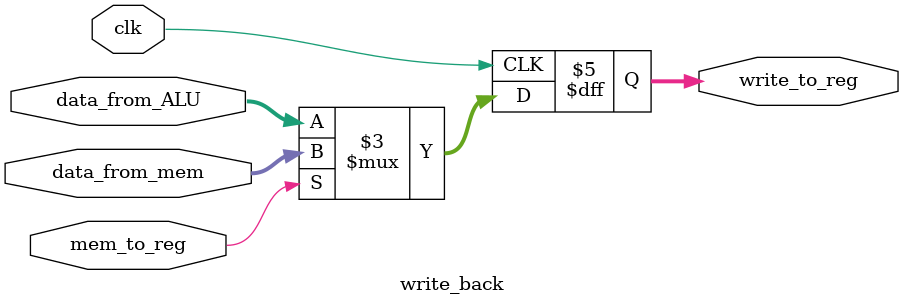
<source format=v>
module write_back(input clk,
                  input mem_to_reg,
                  input[31 : 0] data_from_mem,
                  input[31 : 0] data_from_ALU,
                  output reg[31 : 0] write_to_reg);// value is to be stored in register

    always @(posedge clk) begin
        if(mem_to_reg)
            write_to_reg <= data_from_mem;
        else
            write_to_reg <= data_from_ALU;
    end

endmodule
</source>
